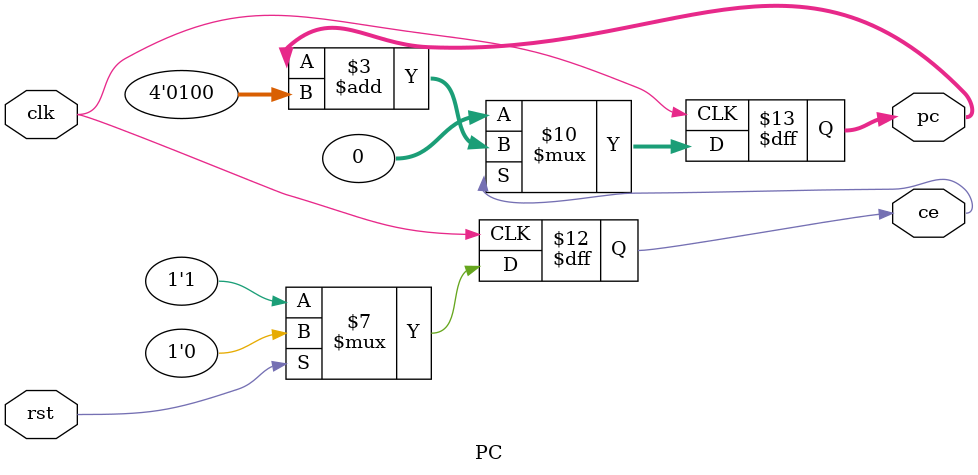
<source format=v>
`timescale 1ns / 1ps
`include "defines.v"

module PC(
	input wire clk,
	input wire rst,
	output reg [31:0] pc,
	output reg ce
    );

	always @(posedge clk) begin
		if (ce == 1'b0)
			pc <= 32'b0;
		else
			pc <= pc + 4'h4;
	end
	
	always @(posedge clk) begin
		if (rst == 1'b1)
			ce <= 1'b0;
		else
			ce <= 1'b1;
	end


endmodule

</source>
